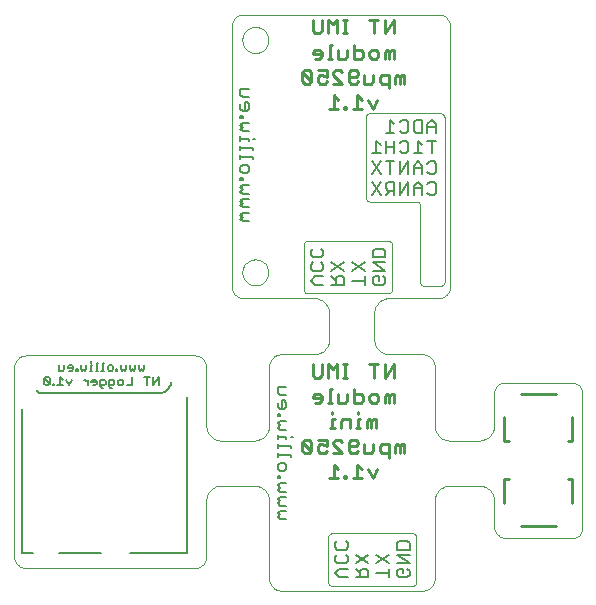
<source format=gbo>
G75*
%MOIN*%
%OFA0B0*%
%FSLAX24Y24*%
%IPPOS*%
%LPD*%
%AMOC8*
5,1,8,0,0,1.08239X$1,22.5*
%
%ADD10C,0.0000*%
%ADD11C,0.0050*%
%ADD12C,0.0080*%
%ADD13C,0.0030*%
%ADD14C,0.0110*%
%ADD15C,0.0100*%
D10*
X000794Y001150D02*
X006412Y001150D01*
X006451Y001152D01*
X006489Y001158D01*
X006526Y001167D01*
X006563Y001180D01*
X006598Y001197D01*
X006631Y001216D01*
X006662Y001239D01*
X006691Y001265D01*
X006717Y001294D01*
X006740Y001325D01*
X006759Y001358D01*
X006776Y001393D01*
X006789Y001430D01*
X006798Y001467D01*
X006804Y001505D01*
X006806Y001544D01*
X006806Y003400D01*
X006808Y003444D01*
X006814Y003487D01*
X006823Y003530D01*
X006836Y003571D01*
X006853Y003612D01*
X006873Y003650D01*
X006897Y003687D01*
X006923Y003722D01*
X006953Y003754D01*
X006985Y003783D01*
X007020Y003810D01*
X007056Y003833D01*
X007095Y003853D01*
X007135Y003870D01*
X007177Y003883D01*
X007220Y003892D01*
X007263Y003898D01*
X007306Y003900D01*
X008369Y003900D01*
X008368Y003900D02*
X008411Y003899D01*
X008453Y003895D01*
X008495Y003888D01*
X008537Y003877D01*
X008577Y003863D01*
X008616Y003845D01*
X008653Y003824D01*
X008688Y003801D01*
X008722Y003774D01*
X008753Y003745D01*
X008781Y003713D01*
X008807Y003679D01*
X008830Y003643D01*
X008850Y003605D01*
X008867Y003566D01*
X008880Y003526D01*
X008890Y003484D01*
X008897Y003442D01*
X008900Y003400D01*
X008900Y000794D01*
X008902Y000755D01*
X008908Y000717D01*
X008917Y000680D01*
X008930Y000643D01*
X008947Y000608D01*
X008966Y000575D01*
X008989Y000544D01*
X009015Y000515D01*
X009044Y000489D01*
X009075Y000466D01*
X009108Y000447D01*
X009143Y000430D01*
X009180Y000417D01*
X009217Y000408D01*
X009255Y000402D01*
X009294Y000400D01*
X014018Y000400D01*
X014057Y000402D01*
X014095Y000408D01*
X014132Y000417D01*
X014169Y000430D01*
X014204Y000447D01*
X014237Y000466D01*
X014268Y000489D01*
X014297Y000515D01*
X014323Y000544D01*
X014346Y000575D01*
X014365Y000608D01*
X014382Y000643D01*
X014395Y000680D01*
X014404Y000717D01*
X014410Y000755D01*
X014412Y000794D01*
X014412Y003400D01*
X014415Y003444D01*
X014422Y003488D01*
X014432Y003531D01*
X014446Y003574D01*
X014464Y003614D01*
X014485Y003653D01*
X014510Y003690D01*
X014538Y003725D01*
X014568Y003757D01*
X014602Y003787D01*
X014637Y003813D01*
X014675Y003836D01*
X014715Y003856D01*
X014757Y003872D01*
X014799Y003885D01*
X014843Y003894D01*
X014887Y003899D01*
X014932Y003900D01*
X014931Y003900D02*
X015869Y003900D01*
X015868Y003900D02*
X015911Y003899D01*
X015953Y003895D01*
X015995Y003888D01*
X016037Y003877D01*
X016077Y003863D01*
X016116Y003845D01*
X016153Y003824D01*
X016188Y003801D01*
X016222Y003774D01*
X016253Y003745D01*
X016281Y003713D01*
X016307Y003679D01*
X016330Y003643D01*
X016350Y003605D01*
X016367Y003566D01*
X016380Y003526D01*
X016390Y003484D01*
X016397Y003442D01*
X016400Y003400D01*
X016400Y002544D01*
X016402Y002505D01*
X016408Y002467D01*
X016417Y002430D01*
X016430Y002393D01*
X016447Y002358D01*
X016466Y002325D01*
X016489Y002294D01*
X016515Y002265D01*
X016544Y002239D01*
X016575Y002216D01*
X016608Y002197D01*
X016643Y002180D01*
X016680Y002167D01*
X016717Y002158D01*
X016755Y002152D01*
X016794Y002150D01*
X019006Y002150D01*
X019018Y002150D01*
X019006Y002150D02*
X019041Y002152D01*
X019075Y002157D01*
X019108Y002166D01*
X019141Y002179D01*
X019172Y002194D01*
X019201Y002213D01*
X019227Y002235D01*
X019252Y002260D01*
X019274Y002286D01*
X019293Y002315D01*
X019308Y002346D01*
X019321Y002379D01*
X019330Y002412D01*
X019335Y002446D01*
X019337Y002481D01*
X019337Y006999D01*
X019335Y007034D01*
X019330Y007068D01*
X019321Y007101D01*
X019308Y007134D01*
X019293Y007165D01*
X019274Y007194D01*
X019252Y007220D01*
X019227Y007245D01*
X019201Y007267D01*
X019172Y007286D01*
X019141Y007301D01*
X019108Y007314D01*
X019075Y007323D01*
X019041Y007328D01*
X019006Y007330D01*
X016731Y007330D01*
X016696Y007328D01*
X016662Y007323D01*
X016629Y007314D01*
X016596Y007301D01*
X016566Y007286D01*
X016536Y007267D01*
X016510Y007245D01*
X016485Y007220D01*
X016463Y007194D01*
X016444Y007165D01*
X016429Y007134D01*
X016416Y007101D01*
X016407Y007068D01*
X016402Y007034D01*
X016400Y006999D01*
X016400Y005900D01*
X016397Y005858D01*
X016390Y005816D01*
X016380Y005774D01*
X016367Y005734D01*
X016350Y005695D01*
X016330Y005657D01*
X016307Y005621D01*
X016281Y005587D01*
X016253Y005555D01*
X016222Y005526D01*
X016188Y005499D01*
X016153Y005476D01*
X016116Y005455D01*
X016077Y005437D01*
X016037Y005423D01*
X015995Y005412D01*
X015953Y005405D01*
X015911Y005401D01*
X015868Y005400D01*
X015869Y005400D02*
X014931Y005400D01*
X014932Y005400D02*
X014887Y005401D01*
X014843Y005406D01*
X014799Y005415D01*
X014757Y005428D01*
X014715Y005444D01*
X014675Y005464D01*
X014637Y005487D01*
X014602Y005513D01*
X014568Y005543D01*
X014538Y005575D01*
X014510Y005610D01*
X014485Y005647D01*
X014464Y005686D01*
X014446Y005726D01*
X014432Y005769D01*
X014422Y005812D01*
X014415Y005856D01*
X014412Y005900D01*
X014412Y007880D01*
X014410Y007919D01*
X014404Y007957D01*
X014395Y007994D01*
X014382Y008031D01*
X014365Y008066D01*
X014346Y008099D01*
X014323Y008130D01*
X014297Y008159D01*
X014268Y008185D01*
X014237Y008208D01*
X014204Y008227D01*
X014169Y008244D01*
X014132Y008257D01*
X014095Y008266D01*
X014057Y008272D01*
X014018Y008274D01*
X012900Y008274D01*
X012857Y008277D01*
X012815Y008284D01*
X012774Y008294D01*
X012733Y008307D01*
X012694Y008324D01*
X012656Y008344D01*
X012620Y008367D01*
X012587Y008393D01*
X012555Y008421D01*
X012526Y008453D01*
X012499Y008486D01*
X012475Y008521D01*
X012455Y008559D01*
X012437Y008598D01*
X012423Y008638D01*
X012412Y008679D01*
X012405Y008721D01*
X012401Y008763D01*
X012400Y008806D01*
X012400Y009619D01*
X012400Y009618D02*
X012401Y009663D01*
X012405Y009708D01*
X012414Y009752D01*
X012426Y009796D01*
X012442Y009838D01*
X012462Y009878D01*
X012485Y009917D01*
X012511Y009954D01*
X012540Y009988D01*
X012573Y010019D01*
X012607Y010048D01*
X012645Y010073D01*
X012684Y010095D01*
X012725Y010113D01*
X012767Y010128D01*
X012811Y010139D01*
X012855Y010146D01*
X012900Y010150D01*
X014537Y010150D01*
X014576Y010152D01*
X014614Y010158D01*
X014651Y010167D01*
X014688Y010180D01*
X014723Y010197D01*
X014756Y010216D01*
X014787Y010239D01*
X014816Y010265D01*
X014842Y010294D01*
X014865Y010325D01*
X014884Y010358D01*
X014901Y010393D01*
X014914Y010430D01*
X014923Y010467D01*
X014929Y010505D01*
X014931Y010544D01*
X014931Y019218D01*
X014930Y019218D02*
X014927Y019256D01*
X014921Y019294D01*
X014911Y019330D01*
X014898Y019366D01*
X014881Y019400D01*
X014861Y019432D01*
X014838Y019462D01*
X014812Y019490D01*
X014784Y019515D01*
X014753Y019537D01*
X014720Y019556D01*
X014685Y019572D01*
X014649Y019584D01*
X014612Y019593D01*
X014575Y019598D01*
X014537Y019599D01*
X008044Y019599D01*
X008043Y019599D02*
X008005Y019598D01*
X007968Y019593D01*
X007931Y019584D01*
X007895Y019572D01*
X007860Y019556D01*
X007827Y019537D01*
X007796Y019515D01*
X007768Y019490D01*
X007742Y019462D01*
X007719Y019432D01*
X007699Y019400D01*
X007682Y019366D01*
X007669Y019330D01*
X007659Y019294D01*
X007653Y019256D01*
X007650Y019218D01*
X007650Y010544D01*
X007652Y010505D01*
X007658Y010467D01*
X007667Y010430D01*
X007680Y010393D01*
X007697Y010358D01*
X007716Y010325D01*
X007739Y010294D01*
X007765Y010265D01*
X007794Y010239D01*
X007825Y010216D01*
X007858Y010197D01*
X007893Y010180D01*
X007930Y010167D01*
X007967Y010158D01*
X008005Y010152D01*
X008044Y010150D01*
X010400Y010150D01*
X010442Y010147D01*
X010484Y010140D01*
X010526Y010130D01*
X010566Y010117D01*
X010605Y010100D01*
X010643Y010080D01*
X010679Y010057D01*
X010713Y010031D01*
X010745Y010003D01*
X010774Y009972D01*
X010801Y009938D01*
X010824Y009903D01*
X010845Y009866D01*
X010863Y009827D01*
X010877Y009787D01*
X010888Y009745D01*
X010895Y009703D01*
X010899Y009661D01*
X010900Y009618D01*
X010900Y009619D02*
X010900Y008806D01*
X010899Y008763D01*
X010895Y008721D01*
X010888Y008679D01*
X010877Y008638D01*
X010863Y008598D01*
X010845Y008559D01*
X010825Y008521D01*
X010801Y008486D01*
X010774Y008453D01*
X010745Y008421D01*
X010713Y008393D01*
X010680Y008367D01*
X010644Y008344D01*
X010606Y008324D01*
X010567Y008307D01*
X010526Y008294D01*
X010485Y008284D01*
X010443Y008277D01*
X010400Y008274D01*
X009294Y008274D01*
X009255Y008272D01*
X009217Y008266D01*
X009180Y008257D01*
X009143Y008244D01*
X009108Y008227D01*
X009075Y008208D01*
X009044Y008185D01*
X009015Y008159D01*
X008989Y008130D01*
X008966Y008099D01*
X008947Y008066D01*
X008930Y008031D01*
X008917Y007994D01*
X008908Y007957D01*
X008902Y007919D01*
X008900Y007880D01*
X008900Y005900D01*
X008897Y005858D01*
X008890Y005816D01*
X008880Y005774D01*
X008867Y005734D01*
X008850Y005695D01*
X008830Y005657D01*
X008807Y005621D01*
X008781Y005587D01*
X008753Y005555D01*
X008722Y005526D01*
X008688Y005499D01*
X008653Y005476D01*
X008616Y005455D01*
X008577Y005437D01*
X008537Y005423D01*
X008495Y005412D01*
X008453Y005405D01*
X008411Y005401D01*
X008368Y005400D01*
X008369Y005400D02*
X007306Y005400D01*
X007263Y005402D01*
X007220Y005408D01*
X007177Y005417D01*
X007135Y005430D01*
X007095Y005447D01*
X007056Y005467D01*
X007020Y005490D01*
X006985Y005517D01*
X006953Y005546D01*
X006923Y005578D01*
X006897Y005613D01*
X006873Y005650D01*
X006853Y005688D01*
X006836Y005729D01*
X006823Y005770D01*
X006814Y005813D01*
X006808Y005856D01*
X006806Y005900D01*
X006806Y007843D01*
X006804Y007882D01*
X006798Y007920D01*
X006789Y007957D01*
X006776Y007994D01*
X006759Y008029D01*
X006740Y008062D01*
X006717Y008093D01*
X006691Y008122D01*
X006662Y008148D01*
X006631Y008171D01*
X006598Y008190D01*
X006563Y008207D01*
X006526Y008220D01*
X006489Y008229D01*
X006451Y008235D01*
X006412Y008237D01*
X000794Y008237D01*
X000755Y008235D01*
X000717Y008229D01*
X000680Y008220D01*
X000643Y008207D01*
X000608Y008190D01*
X000575Y008171D01*
X000544Y008148D01*
X000515Y008122D01*
X000489Y008093D01*
X000466Y008062D01*
X000447Y008029D01*
X000430Y007994D01*
X000417Y007957D01*
X000408Y007920D01*
X000402Y007882D01*
X000400Y007843D01*
X000400Y001544D01*
X000402Y001505D01*
X000408Y001467D01*
X000417Y001430D01*
X000430Y001393D01*
X000447Y001358D01*
X000466Y001325D01*
X000489Y001294D01*
X000515Y001265D01*
X000544Y001239D01*
X000575Y001216D01*
X000608Y001197D01*
X000643Y001180D01*
X000680Y001167D01*
X000717Y001158D01*
X000755Y001152D01*
X000794Y001150D01*
X008900Y007880D02*
X008900Y007900D01*
X008004Y011006D02*
X008006Y011047D01*
X008012Y011088D01*
X008022Y011128D01*
X008035Y011167D01*
X008052Y011204D01*
X008073Y011240D01*
X008097Y011274D01*
X008124Y011305D01*
X008153Y011333D01*
X008186Y011359D01*
X008220Y011381D01*
X008257Y011400D01*
X008295Y011415D01*
X008335Y011427D01*
X008375Y011435D01*
X008416Y011439D01*
X008458Y011439D01*
X008499Y011435D01*
X008539Y011427D01*
X008579Y011415D01*
X008617Y011400D01*
X008653Y011381D01*
X008688Y011359D01*
X008721Y011333D01*
X008750Y011305D01*
X008777Y011274D01*
X008801Y011240D01*
X008822Y011204D01*
X008839Y011167D01*
X008852Y011128D01*
X008862Y011088D01*
X008868Y011047D01*
X008870Y011006D01*
X008868Y010965D01*
X008862Y010924D01*
X008852Y010884D01*
X008839Y010845D01*
X008822Y010808D01*
X008801Y010772D01*
X008777Y010738D01*
X008750Y010707D01*
X008721Y010679D01*
X008688Y010653D01*
X008654Y010631D01*
X008617Y010612D01*
X008579Y010597D01*
X008539Y010585D01*
X008499Y010577D01*
X008458Y010573D01*
X008416Y010573D01*
X008375Y010577D01*
X008335Y010585D01*
X008295Y010597D01*
X008257Y010612D01*
X008221Y010631D01*
X008186Y010653D01*
X008153Y010679D01*
X008124Y010707D01*
X008097Y010738D01*
X008073Y010772D01*
X008052Y010808D01*
X008035Y010845D01*
X008022Y010884D01*
X008012Y010924D01*
X008006Y010965D01*
X008004Y011006D01*
X008004Y018755D02*
X008006Y018796D01*
X008012Y018837D01*
X008022Y018877D01*
X008035Y018916D01*
X008052Y018953D01*
X008073Y018989D01*
X008097Y019023D01*
X008124Y019054D01*
X008153Y019082D01*
X008186Y019108D01*
X008220Y019130D01*
X008257Y019149D01*
X008295Y019164D01*
X008335Y019176D01*
X008375Y019184D01*
X008416Y019188D01*
X008458Y019188D01*
X008499Y019184D01*
X008539Y019176D01*
X008579Y019164D01*
X008617Y019149D01*
X008653Y019130D01*
X008688Y019108D01*
X008721Y019082D01*
X008750Y019054D01*
X008777Y019023D01*
X008801Y018989D01*
X008822Y018953D01*
X008839Y018916D01*
X008852Y018877D01*
X008862Y018837D01*
X008868Y018796D01*
X008870Y018755D01*
X008868Y018714D01*
X008862Y018673D01*
X008852Y018633D01*
X008839Y018594D01*
X008822Y018557D01*
X008801Y018521D01*
X008777Y018487D01*
X008750Y018456D01*
X008721Y018428D01*
X008688Y018402D01*
X008654Y018380D01*
X008617Y018361D01*
X008579Y018346D01*
X008539Y018334D01*
X008499Y018326D01*
X008458Y018322D01*
X008416Y018322D01*
X008375Y018326D01*
X008335Y018334D01*
X008295Y018346D01*
X008257Y018361D01*
X008221Y018380D01*
X008186Y018402D01*
X008153Y018428D01*
X008124Y018456D01*
X008097Y018487D01*
X008073Y018521D01*
X008052Y018557D01*
X008035Y018594D01*
X008022Y018633D01*
X008012Y018673D01*
X008006Y018714D01*
X008004Y018755D01*
D11*
X003397Y008000D02*
X003352Y008000D01*
X003352Y007730D01*
X003397Y007730D02*
X003307Y007730D01*
X003201Y007730D02*
X003111Y007730D01*
X003156Y007730D02*
X003156Y008000D01*
X003201Y008000D01*
X003004Y007910D02*
X002959Y007910D01*
X002959Y007730D01*
X003004Y007730D02*
X002914Y007730D01*
X002808Y007775D02*
X002763Y007730D01*
X002718Y007775D01*
X002673Y007730D01*
X002628Y007775D01*
X002628Y007910D01*
X002513Y007775D02*
X002468Y007775D01*
X002468Y007730D01*
X002513Y007730D01*
X002513Y007775D01*
X002366Y007775D02*
X002366Y007865D01*
X002321Y007910D01*
X002231Y007910D01*
X002186Y007865D01*
X002186Y007820D01*
X002366Y007820D01*
X002366Y007775D02*
X002321Y007730D01*
X002231Y007730D01*
X002071Y007775D02*
X002071Y007910D01*
X002071Y007775D02*
X002026Y007730D01*
X001891Y007730D01*
X001891Y007910D01*
X001932Y007520D02*
X001932Y007250D01*
X002022Y007250D02*
X001842Y007250D01*
X001728Y007250D02*
X001683Y007250D01*
X001683Y007295D01*
X001728Y007295D01*
X001728Y007250D01*
X001580Y007295D02*
X001400Y007475D01*
X001400Y007295D01*
X001445Y007250D01*
X001535Y007250D01*
X001580Y007295D01*
X001580Y007475D01*
X001535Y007520D01*
X001445Y007520D01*
X001400Y007475D01*
X001168Y007085D02*
X001173Y007065D01*
X001182Y007046D01*
X001193Y007029D01*
X001206Y007014D01*
X001222Y007001D01*
X001240Y006991D01*
X001259Y006983D01*
X001279Y006979D01*
X001299Y006978D01*
X001319Y006980D01*
X001319Y006981D02*
X005138Y006981D01*
X005214Y007250D02*
X005214Y007520D01*
X005034Y007250D01*
X005034Y007520D01*
X004920Y007520D02*
X004740Y007520D01*
X004830Y007520D02*
X004830Y007250D01*
X005138Y006980D02*
X005180Y006977D01*
X005221Y006976D01*
X005262Y006980D01*
X005303Y006988D01*
X005342Y006999D01*
X005381Y007014D01*
X005418Y007032D01*
X005453Y007054D01*
X005486Y007079D01*
X005517Y007106D01*
X005544Y007137D01*
X005569Y007170D01*
X005591Y007205D01*
X005610Y007242D01*
X005625Y007280D01*
X005636Y007320D01*
X005644Y007360D01*
X006162Y006861D02*
X006162Y001666D01*
X004275Y001666D01*
X003287Y001666D02*
X001900Y001666D01*
X001037Y001666D02*
X000650Y001666D01*
X000650Y006460D01*
X001932Y007520D02*
X002022Y007430D01*
X002137Y007430D02*
X002227Y007250D01*
X002317Y007430D01*
X002722Y007430D02*
X002767Y007430D01*
X002857Y007340D01*
X002857Y007250D02*
X002857Y007430D01*
X002972Y007385D02*
X002972Y007340D01*
X003152Y007340D01*
X003152Y007295D02*
X003152Y007385D01*
X003107Y007430D01*
X003017Y007430D01*
X002972Y007385D01*
X003017Y007250D02*
X003107Y007250D01*
X003152Y007295D01*
X003266Y007250D02*
X003401Y007250D01*
X003446Y007295D01*
X003446Y007385D01*
X003401Y007430D01*
X003266Y007430D01*
X003266Y007205D01*
X003311Y007160D01*
X003356Y007160D01*
X003561Y007205D02*
X003561Y007430D01*
X003696Y007430D01*
X003741Y007385D01*
X003741Y007295D01*
X003696Y007250D01*
X003561Y007250D01*
X003561Y007205D02*
X003606Y007160D01*
X003651Y007160D01*
X003856Y007295D02*
X003856Y007385D01*
X003901Y007430D01*
X003991Y007430D01*
X004036Y007385D01*
X004036Y007295D01*
X003991Y007250D01*
X003901Y007250D01*
X003856Y007295D01*
X004150Y007250D02*
X004330Y007250D01*
X004330Y007520D01*
X004293Y007730D02*
X004248Y007775D01*
X004248Y007910D01*
X004134Y007910D02*
X004134Y007775D01*
X004089Y007730D01*
X004044Y007775D01*
X003999Y007730D01*
X003954Y007775D01*
X003954Y007910D01*
X003839Y007775D02*
X003794Y007775D01*
X003794Y007730D01*
X003839Y007730D01*
X003839Y007775D01*
X003692Y007775D02*
X003692Y007865D01*
X003647Y007910D01*
X003557Y007910D01*
X003512Y007865D01*
X003512Y007775D01*
X003557Y007730D01*
X003647Y007730D01*
X003692Y007775D01*
X004293Y007730D02*
X004339Y007775D01*
X004384Y007730D01*
X004429Y007775D01*
X004429Y007910D01*
X004543Y007910D02*
X004543Y007775D01*
X004588Y007730D01*
X004633Y007775D01*
X004678Y007730D01*
X004723Y007775D01*
X004723Y007910D01*
X002959Y008000D02*
X002959Y008045D01*
X002808Y007910D02*
X002808Y007775D01*
D12*
X007940Y012781D02*
X008010Y012851D01*
X007940Y012921D01*
X008010Y012991D01*
X008220Y012991D01*
X008220Y013171D02*
X008010Y013171D01*
X007940Y013242D01*
X008010Y013312D01*
X007940Y013382D01*
X008010Y013452D01*
X008220Y013452D01*
X008220Y013632D02*
X008010Y013632D01*
X007940Y013702D01*
X008010Y013772D01*
X007940Y013842D01*
X008010Y013912D01*
X008220Y013912D01*
X008010Y014092D02*
X008010Y014162D01*
X007940Y014162D01*
X007940Y014092D01*
X008010Y014092D01*
X008010Y014322D02*
X007940Y014392D01*
X007940Y014533D01*
X008010Y014603D01*
X008150Y014603D01*
X008220Y014533D01*
X008220Y014392D01*
X008150Y014322D01*
X008010Y014322D01*
X007940Y014783D02*
X007940Y014923D01*
X007940Y014853D02*
X008360Y014853D01*
X008360Y014783D01*
X008360Y015090D02*
X008360Y015160D01*
X007940Y015160D01*
X007940Y015090D02*
X007940Y015230D01*
X007940Y015397D02*
X007940Y015537D01*
X007940Y015467D02*
X008220Y015467D01*
X008220Y015397D01*
X008360Y015467D02*
X008430Y015467D01*
X008220Y015704D02*
X008010Y015704D01*
X007940Y015774D01*
X008010Y015844D01*
X007940Y015914D01*
X008010Y015984D01*
X008220Y015984D01*
X008010Y016164D02*
X008010Y016234D01*
X007940Y016234D01*
X007940Y016164D01*
X008010Y016164D01*
X008010Y016394D02*
X007940Y016464D01*
X007940Y016604D01*
X008080Y016674D02*
X008080Y016394D01*
X008010Y016394D02*
X008150Y016394D01*
X008220Y016464D01*
X008220Y016604D01*
X008150Y016674D01*
X008080Y016674D01*
X008010Y016855D02*
X007940Y016925D01*
X007940Y017135D01*
X008220Y017135D01*
X008220Y016855D02*
X008010Y016855D01*
X007940Y012781D02*
X008010Y012711D01*
X008220Y012711D01*
X010284Y011727D02*
X010284Y011587D01*
X010354Y011517D01*
X010634Y011517D01*
X010704Y011587D01*
X010704Y011727D01*
X010634Y011797D01*
X010354Y011797D02*
X010284Y011727D01*
X010354Y011337D02*
X010284Y011267D01*
X010284Y011127D01*
X010354Y011057D01*
X010634Y011057D01*
X010704Y011127D01*
X010704Y011267D01*
X010634Y011337D01*
X010971Y011337D02*
X011392Y011057D01*
X011322Y010876D02*
X011181Y010876D01*
X011111Y010806D01*
X011111Y010596D01*
X010971Y010596D02*
X011392Y010596D01*
X011392Y010806D01*
X011322Y010876D01*
X011111Y010736D02*
X010971Y010876D01*
X010971Y011057D02*
X011392Y011337D01*
X011659Y011337D02*
X012079Y011057D01*
X012079Y010876D02*
X012079Y010596D01*
X012079Y010736D02*
X011659Y010736D01*
X011659Y011057D02*
X012079Y011337D01*
X012346Y011337D02*
X012767Y011337D01*
X012767Y011517D02*
X012767Y011727D01*
X012697Y011797D01*
X012416Y011797D01*
X012346Y011727D01*
X012346Y011517D01*
X012767Y011517D01*
X012346Y011337D02*
X012767Y011057D01*
X012346Y011057D01*
X012416Y010876D02*
X012346Y010806D01*
X012346Y010666D01*
X012416Y010596D01*
X012697Y010596D01*
X012767Y010666D01*
X012767Y010806D01*
X012697Y010876D01*
X012556Y010876D02*
X012556Y010736D01*
X012556Y010876D02*
X012416Y010876D01*
X010704Y010876D02*
X010424Y010876D01*
X010284Y010736D01*
X010424Y010596D01*
X010704Y010596D01*
X012332Y013596D02*
X012612Y014017D01*
X012792Y013947D02*
X012792Y013806D01*
X012862Y013736D01*
X013073Y013736D01*
X013073Y013596D02*
X013073Y014017D01*
X012862Y014017D01*
X012792Y013947D01*
X012932Y013736D02*
X012792Y013596D01*
X012612Y013596D02*
X012332Y014017D01*
X012332Y014284D02*
X012612Y014704D01*
X012792Y014704D02*
X013073Y014704D01*
X012932Y014704D02*
X012932Y014284D01*
X012612Y014284D02*
X012332Y014704D01*
X012332Y014971D02*
X012612Y014971D01*
X012472Y014971D02*
X012472Y015392D01*
X012612Y015251D01*
X012792Y015181D02*
X013073Y015181D01*
X013073Y014971D02*
X013073Y015392D01*
X013253Y015322D02*
X013323Y015392D01*
X013463Y015392D01*
X013533Y015322D01*
X013533Y015041D01*
X013463Y014971D01*
X013323Y014971D01*
X013253Y015041D01*
X013253Y014704D02*
X013253Y014284D01*
X013533Y014704D01*
X013533Y014284D01*
X013713Y014284D02*
X013713Y014564D01*
X013853Y014704D01*
X013993Y014564D01*
X013993Y014284D01*
X014174Y014354D02*
X014244Y014284D01*
X014384Y014284D01*
X014454Y014354D01*
X014454Y014634D01*
X014384Y014704D01*
X014244Y014704D01*
X014174Y014634D01*
X013993Y014494D02*
X013713Y014494D01*
X013713Y014971D02*
X013993Y014971D01*
X013853Y014971D02*
X013853Y015392D01*
X013993Y015251D01*
X014174Y015392D02*
X014454Y015392D01*
X014314Y015392D02*
X014314Y014971D01*
X014454Y015659D02*
X014454Y015939D01*
X014314Y016079D01*
X014174Y015939D01*
X014174Y015659D01*
X013993Y015659D02*
X013783Y015659D01*
X013713Y015729D01*
X013713Y016009D01*
X013783Y016079D01*
X013993Y016079D01*
X013993Y015659D01*
X014174Y015869D02*
X014454Y015869D01*
X013533Y016009D02*
X013533Y015729D01*
X013463Y015659D01*
X013323Y015659D01*
X013253Y015729D01*
X013073Y015659D02*
X012792Y015659D01*
X012932Y015659D02*
X012932Y016079D01*
X013073Y015939D01*
X013253Y016009D02*
X013323Y016079D01*
X013463Y016079D01*
X013533Y016009D01*
X012792Y015392D02*
X012792Y014971D01*
X013253Y014017D02*
X013253Y013596D01*
X013533Y014017D01*
X013533Y013596D01*
X013713Y013596D02*
X013713Y013876D01*
X013853Y014017D01*
X013993Y013876D01*
X013993Y013596D01*
X014174Y013666D02*
X014244Y013596D01*
X014384Y013596D01*
X014454Y013666D01*
X014454Y013947D01*
X014384Y014017D01*
X014244Y014017D01*
X014174Y013947D01*
X013993Y013806D02*
X013713Y013806D01*
X009470Y007197D02*
X009190Y007197D01*
X009190Y006987D01*
X009260Y006917D01*
X009470Y006917D01*
X009400Y006737D02*
X009330Y006737D01*
X009330Y006457D01*
X009260Y006457D02*
X009400Y006457D01*
X009470Y006527D01*
X009470Y006667D01*
X009400Y006737D01*
X009190Y006527D02*
X009260Y006457D01*
X009190Y006527D02*
X009190Y006667D01*
X009190Y006297D02*
X009190Y006227D01*
X009260Y006227D01*
X009260Y006297D01*
X009190Y006297D01*
X009260Y006046D02*
X009470Y006046D01*
X009260Y006046D02*
X009190Y005976D01*
X009260Y005906D01*
X009190Y005836D01*
X009260Y005766D01*
X009470Y005766D01*
X009470Y005529D02*
X009190Y005529D01*
X009190Y005459D02*
X009190Y005599D01*
X009470Y005529D02*
X009470Y005459D01*
X009610Y005529D02*
X009680Y005529D01*
X009610Y005222D02*
X009190Y005222D01*
X009190Y005152D02*
X009190Y005292D01*
X009190Y004985D02*
X009190Y004845D01*
X009190Y004915D02*
X009610Y004915D01*
X009610Y004845D01*
X009400Y004665D02*
X009470Y004595D01*
X009470Y004455D01*
X009400Y004385D01*
X009260Y004385D01*
X009190Y004455D01*
X009190Y004595D01*
X009260Y004665D01*
X009400Y004665D01*
X009260Y004225D02*
X009190Y004225D01*
X009190Y004155D01*
X009260Y004155D01*
X009260Y004225D01*
X009260Y003975D02*
X009190Y003905D01*
X009260Y003834D01*
X009190Y003764D01*
X009260Y003694D01*
X009470Y003694D01*
X009470Y003514D02*
X009260Y003514D01*
X009190Y003444D01*
X009260Y003374D01*
X009190Y003304D01*
X009260Y003234D01*
X009470Y003234D01*
X009470Y003054D02*
X009260Y003054D01*
X009190Y002984D01*
X009260Y002914D01*
X009190Y002844D01*
X009260Y002774D01*
X009470Y002774D01*
X009470Y003975D02*
X009260Y003975D01*
X009610Y005152D02*
X009610Y005222D01*
X011166Y002047D02*
X011096Y001977D01*
X011096Y001837D01*
X011166Y001767D01*
X011447Y001767D01*
X011517Y001837D01*
X011517Y001977D01*
X011447Y002047D01*
X011447Y001587D02*
X011517Y001517D01*
X011517Y001377D01*
X011447Y001307D01*
X011166Y001307D01*
X011096Y001377D01*
X011096Y001517D01*
X011166Y001587D01*
X011236Y001126D02*
X011517Y001126D01*
X011784Y001126D02*
X011924Y000986D01*
X011924Y001056D02*
X011924Y000846D01*
X011784Y000846D02*
X012204Y000846D01*
X012204Y001056D01*
X012134Y001126D01*
X011994Y001126D01*
X011924Y001056D01*
X011784Y001307D02*
X012204Y001587D01*
X012471Y001587D02*
X012892Y001307D01*
X012892Y001126D02*
X012892Y000846D01*
X012892Y000986D02*
X012471Y000986D01*
X012471Y001307D02*
X012892Y001587D01*
X013159Y001587D02*
X013579Y001587D01*
X013579Y001767D02*
X013579Y001977D01*
X013509Y002047D01*
X013229Y002047D01*
X013159Y001977D01*
X013159Y001767D01*
X013579Y001767D01*
X013159Y001587D02*
X013579Y001307D01*
X013159Y001307D01*
X013229Y001126D02*
X013159Y001056D01*
X013159Y000916D01*
X013229Y000846D01*
X013509Y000846D01*
X013579Y000916D01*
X013579Y001056D01*
X013509Y001126D01*
X013369Y001126D02*
X013369Y000986D01*
X013369Y001126D02*
X013229Y001126D01*
X012204Y001307D02*
X011784Y001587D01*
X011236Y001126D02*
X011096Y000986D01*
X011236Y000846D01*
X011517Y000846D01*
D13*
X010994Y000556D02*
X010974Y000558D01*
X010955Y000562D01*
X010937Y000570D01*
X010921Y000580D01*
X010906Y000593D01*
X010893Y000608D01*
X010883Y000624D01*
X010875Y000642D01*
X010871Y000661D01*
X010869Y000681D01*
X010869Y002181D01*
X010871Y002201D01*
X010875Y002220D01*
X010883Y002238D01*
X010893Y002254D01*
X010906Y002269D01*
X010921Y002282D01*
X010937Y002292D01*
X010955Y002300D01*
X010974Y002304D01*
X010994Y002306D01*
X013681Y002306D01*
X013701Y002304D01*
X013720Y002300D01*
X013738Y002292D01*
X013754Y002282D01*
X013769Y002269D01*
X013782Y002254D01*
X013792Y002238D01*
X013800Y002220D01*
X013804Y002201D01*
X013806Y002181D01*
X013806Y000681D01*
X013804Y000661D01*
X013800Y000642D01*
X013792Y000624D01*
X013782Y000608D01*
X013769Y000593D01*
X013754Y000580D01*
X013738Y000570D01*
X013720Y000562D01*
X013701Y000558D01*
X013681Y000556D01*
X010994Y000556D01*
X010181Y010306D02*
X012869Y010306D01*
X012889Y010308D01*
X012908Y010312D01*
X012926Y010320D01*
X012942Y010330D01*
X012957Y010343D01*
X012970Y010358D01*
X012980Y010374D01*
X012988Y010392D01*
X012992Y010411D01*
X012994Y010431D01*
X012994Y011931D01*
X012992Y011951D01*
X012988Y011970D01*
X012980Y011988D01*
X012970Y012004D01*
X012957Y012019D01*
X012942Y012032D01*
X012926Y012042D01*
X012908Y012050D01*
X012889Y012054D01*
X012869Y012056D01*
X010181Y012056D01*
X010161Y012054D01*
X010142Y012050D01*
X010124Y012042D01*
X010108Y012032D01*
X010093Y012019D01*
X010080Y012004D01*
X010070Y011988D01*
X010062Y011970D01*
X010058Y011951D01*
X010056Y011931D01*
X010056Y010431D01*
X010058Y010411D01*
X010062Y010392D01*
X010070Y010374D01*
X010080Y010358D01*
X010093Y010343D01*
X010108Y010330D01*
X010124Y010320D01*
X010142Y010312D01*
X010161Y010308D01*
X010181Y010306D01*
X012244Y013369D02*
X013806Y013369D01*
X013826Y013367D01*
X013845Y013363D01*
X013863Y013355D01*
X013879Y013345D01*
X013894Y013332D01*
X013907Y013317D01*
X013917Y013301D01*
X013925Y013283D01*
X013929Y013264D01*
X013931Y013244D01*
X013931Y010681D01*
X013933Y010661D01*
X013937Y010642D01*
X013945Y010624D01*
X013955Y010608D01*
X013968Y010593D01*
X013983Y010580D01*
X013999Y010570D01*
X014017Y010562D01*
X014036Y010558D01*
X014056Y010556D01*
X014619Y010556D01*
X014639Y010558D01*
X014658Y010562D01*
X014676Y010570D01*
X014692Y010580D01*
X014707Y010593D01*
X014720Y010608D01*
X014730Y010624D01*
X014738Y010642D01*
X014742Y010661D01*
X014744Y010681D01*
X014744Y016181D01*
X014742Y016201D01*
X014738Y016220D01*
X014730Y016238D01*
X014720Y016254D01*
X014707Y016269D01*
X014692Y016282D01*
X014676Y016292D01*
X014658Y016300D01*
X014639Y016304D01*
X014619Y016306D01*
X012244Y016306D01*
X012224Y016304D01*
X012205Y016300D01*
X012187Y016292D01*
X012171Y016282D01*
X012156Y016269D01*
X012143Y016254D01*
X012133Y016238D01*
X012125Y016220D01*
X012121Y016201D01*
X012119Y016181D01*
X012119Y013494D01*
X012121Y013474D01*
X012125Y013455D01*
X012133Y013437D01*
X012143Y013421D01*
X012156Y013406D01*
X012171Y013393D01*
X012187Y013383D01*
X012205Y013375D01*
X012224Y013371D01*
X012244Y013369D01*
D14*
X012347Y016455D02*
X012197Y016755D01*
X012497Y016755D02*
X012347Y016455D01*
X011982Y016455D02*
X011681Y016455D01*
X011832Y016455D02*
X011832Y016905D01*
X011982Y016755D01*
X011466Y016530D02*
X011391Y016530D01*
X011391Y016455D01*
X011466Y016455D01*
X011466Y016530D01*
X011208Y016455D02*
X010908Y016455D01*
X011058Y016455D02*
X011058Y016905D01*
X011208Y016755D01*
X011337Y017295D02*
X011037Y017295D01*
X010822Y017370D02*
X010746Y017295D01*
X010596Y017295D01*
X010521Y017370D01*
X010521Y017520D01*
X010596Y017595D01*
X010671Y017595D01*
X010822Y017520D01*
X010822Y017745D01*
X010521Y017745D01*
X010306Y017670D02*
X010231Y017745D01*
X010081Y017745D01*
X010006Y017670D01*
X010306Y017370D01*
X010231Y017295D01*
X010081Y017295D01*
X010006Y017370D01*
X010006Y017670D01*
X010306Y017670D02*
X010306Y017370D01*
X011037Y017595D02*
X011037Y017670D01*
X011112Y017745D01*
X011262Y017745D01*
X011337Y017670D01*
X011553Y017670D02*
X011628Y017745D01*
X011778Y017745D01*
X011853Y017670D01*
X011853Y017595D01*
X011778Y017520D01*
X011553Y017520D01*
X011553Y017370D02*
X011553Y017670D01*
X011553Y017370D02*
X011628Y017295D01*
X011778Y017295D01*
X011853Y017370D01*
X012068Y017295D02*
X012068Y017595D01*
X012368Y017595D02*
X012368Y017370D01*
X012293Y017295D01*
X012068Y017295D01*
X012584Y017370D02*
X012659Y017295D01*
X012884Y017295D01*
X012884Y017145D02*
X012884Y017595D01*
X012659Y017595D01*
X012584Y017520D01*
X012584Y017370D01*
X013099Y017295D02*
X013099Y017520D01*
X013175Y017595D01*
X013250Y017520D01*
X013250Y017295D01*
X013400Y017295D02*
X013400Y017595D01*
X013325Y017595D01*
X013250Y017520D01*
X013056Y018135D02*
X013056Y018435D01*
X012981Y018435D01*
X012906Y018360D01*
X012831Y018435D01*
X012756Y018360D01*
X012756Y018135D01*
X012906Y018135D02*
X012906Y018360D01*
X012540Y018360D02*
X012540Y018210D01*
X012465Y018135D01*
X012315Y018135D01*
X012240Y018210D01*
X012240Y018360D01*
X012315Y018435D01*
X012465Y018435D01*
X012540Y018360D01*
X012025Y018360D02*
X011950Y018435D01*
X011724Y018435D01*
X011724Y018585D02*
X011724Y018135D01*
X011950Y018135D01*
X012025Y018210D01*
X012025Y018360D01*
X011509Y018435D02*
X011509Y018210D01*
X011434Y018135D01*
X011209Y018135D01*
X011209Y018435D01*
X010993Y018585D02*
X010918Y018585D01*
X010918Y018135D01*
X010993Y018135D02*
X010843Y018135D01*
X010650Y018210D02*
X010650Y018360D01*
X010575Y018435D01*
X010424Y018435D01*
X010349Y018360D01*
X010349Y018285D01*
X010650Y018285D01*
X010650Y018210D02*
X010575Y018135D01*
X010424Y018135D01*
X011037Y017595D02*
X011337Y017295D01*
X011359Y018975D02*
X011509Y018975D01*
X011434Y018975D02*
X011434Y019425D01*
X011509Y019425D02*
X011359Y019425D01*
X011165Y019425D02*
X011015Y019275D01*
X010865Y019425D01*
X010865Y018975D01*
X010650Y019050D02*
X010575Y018975D01*
X010424Y018975D01*
X010349Y019050D01*
X010349Y019425D01*
X010650Y019425D02*
X010650Y019050D01*
X011165Y018975D02*
X011165Y019425D01*
X012240Y019425D02*
X012540Y019425D01*
X012390Y019425D02*
X012390Y018975D01*
X012756Y018975D02*
X012756Y019425D01*
X013056Y019425D02*
X012756Y018975D01*
X013056Y018975D02*
X013056Y019425D01*
X013056Y007953D02*
X012756Y007503D01*
X012756Y007953D01*
X012540Y007953D02*
X012240Y007953D01*
X012390Y007953D02*
X012390Y007503D01*
X012315Y006963D02*
X012465Y006963D01*
X012540Y006888D01*
X012540Y006738D01*
X012465Y006663D01*
X012315Y006663D01*
X012240Y006738D01*
X012240Y006888D01*
X012315Y006963D01*
X012025Y006888D02*
X012025Y006738D01*
X011950Y006663D01*
X011724Y006663D01*
X011724Y007113D01*
X011724Y006963D02*
X011950Y006963D01*
X012025Y006888D01*
X011509Y006963D02*
X011509Y006738D01*
X011434Y006663D01*
X011209Y006663D01*
X011209Y006963D01*
X010993Y007113D02*
X010918Y007113D01*
X010918Y006663D01*
X010993Y006663D02*
X010843Y006663D01*
X010650Y006738D02*
X010650Y006888D01*
X010575Y006963D01*
X010424Y006963D01*
X010349Y006888D01*
X010349Y006813D01*
X010650Y006813D01*
X010650Y006738D02*
X010575Y006663D01*
X010424Y006663D01*
X011004Y006348D02*
X011004Y006273D01*
X011004Y006123D02*
X011004Y005823D01*
X011079Y005823D02*
X010929Y005823D01*
X011004Y006123D02*
X011079Y006123D01*
X011295Y006048D02*
X011295Y005823D01*
X011295Y006048D02*
X011370Y006123D01*
X011595Y006123D01*
X011595Y005823D01*
X011789Y005823D02*
X011939Y005823D01*
X011864Y005823D02*
X011864Y006123D01*
X011939Y006123D01*
X011864Y006273D02*
X011864Y006348D01*
X012154Y006048D02*
X012154Y005823D01*
X012304Y005823D02*
X012304Y006048D01*
X012229Y006123D01*
X012154Y006048D01*
X012304Y006048D02*
X012379Y006123D01*
X012454Y006123D01*
X012454Y005823D01*
X012368Y005283D02*
X012368Y005058D01*
X012293Y004983D01*
X012068Y004983D01*
X012068Y005283D01*
X011853Y005283D02*
X011778Y005208D01*
X011553Y005208D01*
X011553Y005358D02*
X011628Y005433D01*
X011778Y005433D01*
X011853Y005358D01*
X011853Y005283D01*
X011853Y005058D02*
X011778Y004983D01*
X011628Y004983D01*
X011553Y005058D01*
X011553Y005358D01*
X011337Y005358D02*
X011262Y005433D01*
X011112Y005433D01*
X011037Y005358D01*
X011037Y005283D01*
X011337Y004983D01*
X011037Y004983D01*
X010822Y005058D02*
X010746Y004983D01*
X010596Y004983D01*
X010521Y005058D01*
X010521Y005208D01*
X010596Y005283D01*
X010671Y005283D01*
X010822Y005208D01*
X010822Y005433D01*
X010521Y005433D01*
X010306Y005358D02*
X010231Y005433D01*
X010081Y005433D01*
X010006Y005358D01*
X010306Y005058D01*
X010231Y004983D01*
X010081Y004983D01*
X010006Y005058D01*
X010006Y005358D01*
X010306Y005358D02*
X010306Y005058D01*
X011058Y004593D02*
X011058Y004143D01*
X011208Y004143D02*
X010908Y004143D01*
X011208Y004443D02*
X011058Y004593D01*
X011391Y004218D02*
X011391Y004143D01*
X011466Y004143D01*
X011466Y004218D01*
X011391Y004218D01*
X011681Y004143D02*
X011982Y004143D01*
X011832Y004143D02*
X011832Y004593D01*
X011982Y004443D01*
X012197Y004443D02*
X012347Y004143D01*
X012497Y004443D01*
X012884Y004832D02*
X012884Y005283D01*
X012659Y005283D01*
X012584Y005208D01*
X012584Y005058D01*
X012659Y004983D01*
X012884Y004983D01*
X013099Y004983D02*
X013099Y005208D01*
X013175Y005283D01*
X013250Y005208D01*
X013250Y004983D01*
X013400Y004983D02*
X013400Y005283D01*
X013325Y005283D01*
X013250Y005208D01*
X013056Y006663D02*
X013056Y006963D01*
X012981Y006963D01*
X012906Y006888D01*
X012831Y006963D01*
X012756Y006888D01*
X012756Y006663D01*
X012906Y006663D02*
X012906Y006888D01*
X013056Y007503D02*
X013056Y007953D01*
X011509Y007953D02*
X011359Y007953D01*
X011434Y007953D02*
X011434Y007503D01*
X011509Y007503D02*
X011359Y007503D01*
X011165Y007503D02*
X011165Y007953D01*
X011015Y007803D01*
X010865Y007953D01*
X010865Y007503D01*
X010650Y007578D02*
X010575Y007503D01*
X010424Y007503D01*
X010349Y007578D01*
X010349Y007953D01*
X010650Y007953D02*
X010650Y007578D01*
D15*
X016738Y006172D02*
X016738Y005375D01*
X016884Y005375D01*
X016884Y004112D02*
X016738Y004112D01*
X016738Y003316D01*
X017278Y002539D02*
X018459Y002539D01*
X019000Y003316D02*
X019000Y004112D01*
X018853Y004112D01*
X018853Y005375D02*
X019000Y005375D01*
X019000Y006172D01*
X018459Y006949D02*
X017278Y006949D01*
M02*

</source>
